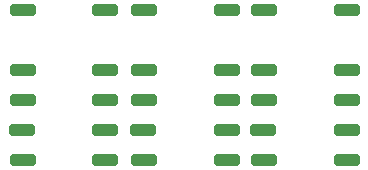
<source format=gbr>
%TF.GenerationSoftware,KiCad,Pcbnew,(6.0.4)*%
%TF.CreationDate,2023-03-20T20:43:09+01:00*%
%TF.ProjectId,analogBlockModule,616e616c-6f67-4426-9c6f-636b4d6f6475,rev?*%
%TF.SameCoordinates,Original*%
%TF.FileFunction,Paste,Top*%
%TF.FilePolarity,Positive*%
%FSLAX46Y46*%
G04 Gerber Fmt 4.6, Leading zero omitted, Abs format (unit mm)*
G04 Created by KiCad (PCBNEW (6.0.4)) date 2023-03-20 20:43:09*
%MOMM*%
%LPD*%
G01*
G04 APERTURE LIST*
G04 Aperture macros list*
%AMRoundRect*
0 Rectangle with rounded corners*
0 $1 Rounding radius*
0 $2 $3 $4 $5 $6 $7 $8 $9 X,Y pos of 4 corners*
0 Add a 4 corners polygon primitive as box body*
4,1,4,$2,$3,$4,$5,$6,$7,$8,$9,$2,$3,0*
0 Add four circle primitives for the rounded corners*
1,1,$1+$1,$2,$3*
1,1,$1+$1,$4,$5*
1,1,$1+$1,$6,$7*
1,1,$1+$1,$8,$9*
0 Add four rect primitives between the rounded corners*
20,1,$1+$1,$2,$3,$4,$5,0*
20,1,$1+$1,$4,$5,$6,$7,0*
20,1,$1+$1,$6,$7,$8,$9,0*
20,1,$1+$1,$8,$9,$2,$3,0*%
G04 Aperture macros list end*
%ADD10RoundRect,0.250000X-0.855000X0.250000X-0.855000X-0.250000X0.855000X-0.250000X0.855000X0.250000X0*%
G04 APERTURE END LIST*
D10*
%TO.C,U1*%
X149092200Y-90977000D03*
X149092200Y-96057000D03*
X149092200Y-98597000D03*
X149002200Y-101137000D03*
X149092200Y-103677000D03*
X156051800Y-103677000D03*
X156051800Y-101137000D03*
X156051800Y-98597000D03*
X156051800Y-96057000D03*
X156051800Y-90977000D03*
%TD*%
%TO.C,U3*%
X138932200Y-90977000D03*
X138932200Y-96057000D03*
X138932200Y-98597000D03*
X138842200Y-101137000D03*
X138932200Y-103677000D03*
X145891800Y-103677000D03*
X145891800Y-101137000D03*
X145891800Y-98597000D03*
X145891800Y-96057000D03*
X145891800Y-90977000D03*
%TD*%
%TO.C,U2*%
X128645200Y-90977000D03*
X128645200Y-96057000D03*
X128645200Y-98597000D03*
X128555200Y-101137000D03*
X128645200Y-103677000D03*
X135604800Y-103677000D03*
X135604800Y-101137000D03*
X135604800Y-98597000D03*
X135604800Y-96057000D03*
X135604800Y-90977000D03*
%TD*%
M02*

</source>
